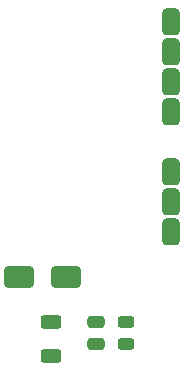
<source format=gbr>
%TF.GenerationSoftware,KiCad,Pcbnew,8.0.4*%
%TF.CreationDate,2024-11-03T19:16:22-06:00*%
%TF.ProjectId,M1 Schematic,4d312053-6368-4656-9d61-7469632e6b69,rev?*%
%TF.SameCoordinates,Original*%
%TF.FileFunction,Paste,Top*%
%TF.FilePolarity,Positive*%
%FSLAX46Y46*%
G04 Gerber Fmt 4.6, Leading zero omitted, Abs format (unit mm)*
G04 Created by KiCad (PCBNEW 8.0.4) date 2024-11-03 19:16:22*
%MOMM*%
%LPD*%
G01*
G04 APERTURE LIST*
G04 Aperture macros list*
%AMRoundRect*
0 Rectangle with rounded corners*
0 $1 Rounding radius*
0 $2 $3 $4 $5 $6 $7 $8 $9 X,Y pos of 4 corners*
0 Add a 4 corners polygon primitive as box body*
4,1,4,$2,$3,$4,$5,$6,$7,$8,$9,$2,$3,0*
0 Add four circle primitives for the rounded corners*
1,1,$1+$1,$2,$3*
1,1,$1+$1,$4,$5*
1,1,$1+$1,$6,$7*
1,1,$1+$1,$8,$9*
0 Add four rect primitives between the rounded corners*
20,1,$1+$1,$2,$3,$4,$5,0*
20,1,$1+$1,$4,$5,$6,$7,0*
20,1,$1+$1,$6,$7,$8,$9,0*
20,1,$1+$1,$8,$9,$2,$3,0*%
G04 Aperture macros list end*
%ADD10RoundRect,0.250000X0.475000X-0.250000X0.475000X0.250000X-0.475000X0.250000X-0.475000X-0.250000X0*%
%ADD11RoundRect,0.243750X-0.456250X0.243750X-0.456250X-0.243750X0.456250X-0.243750X0.456250X0.243750X0*%
%ADD12RoundRect,0.381000X0.381000X-0.762000X0.381000X0.762000X-0.381000X0.762000X-0.381000X-0.762000X0*%
%ADD13RoundRect,0.250000X1.000000X0.650000X-1.000000X0.650000X-1.000000X-0.650000X1.000000X-0.650000X0*%
%ADD14RoundRect,0.250000X-0.625000X0.312500X-0.625000X-0.312500X0.625000X-0.312500X0.625000X0.312500X0*%
G04 APERTURE END LIST*
D10*
%TO.C,C1*%
X155730000Y-108180000D03*
X155730000Y-106280000D03*
%TD*%
D11*
%TO.C,D2*%
X158270000Y-106280000D03*
X158270000Y-108155000D03*
%TD*%
D12*
%TO.C,SPAN02A2*%
X162080000Y-98660000D03*
X162080000Y-96120000D03*
X162080000Y-93580000D03*
X162080000Y-88500000D03*
X162080000Y-85960000D03*
X162080000Y-83420000D03*
X162080000Y-80880000D03*
%TD*%
D13*
%TO.C,D1*%
X153190000Y-102470000D03*
X149190000Y-102470000D03*
%TD*%
D14*
%TO.C,R1*%
X151920000Y-106280000D03*
X151920000Y-109205000D03*
%TD*%
M02*

</source>
